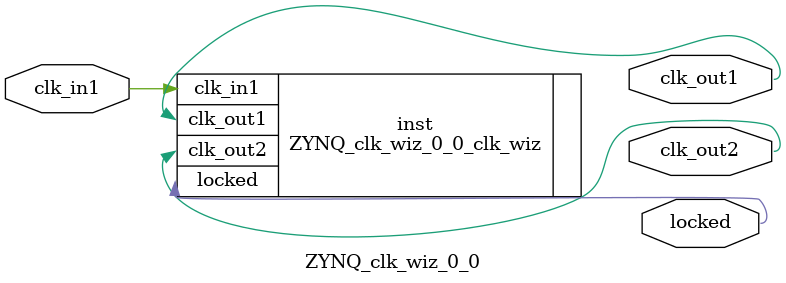
<source format=v>


`timescale 1ps/1ps

(* CORE_GENERATION_INFO = "ZYNQ_clk_wiz_0_0,clk_wiz_v6_0_14_0_0,{component_name=ZYNQ_clk_wiz_0_0,use_phase_alignment=true,use_min_o_jitter=false,use_max_i_jitter=false,use_dyn_phase_shift=false,use_inclk_switchover=false,use_dyn_reconfig=false,enable_axi=0,feedback_source=FDBK_AUTO,PRIMITIVE=MMCM,num_out_clk=2,clkin1_period=20.000,clkin2_period=10.0,use_power_down=false,use_reset=false,use_locked=true,use_inclk_stopped=false,feedback_type=SINGLE,CLOCK_MGR_TYPE=NA,manual_override=false}" *)

module ZYNQ_clk_wiz_0_0 
 (
  // Clock out ports
  output        clk_out1,
  output        clk_out2,
  // Status and control signals
  output        locked,
 // Clock in ports
  input         clk_in1
 );

  ZYNQ_clk_wiz_0_0_clk_wiz inst
  (
  // Clock out ports  
  .clk_out1(clk_out1),
  .clk_out2(clk_out2),
  // Status and control signals               
  .locked(locked),
 // Clock in ports
  .clk_in1(clk_in1)
  );

endmodule

</source>
